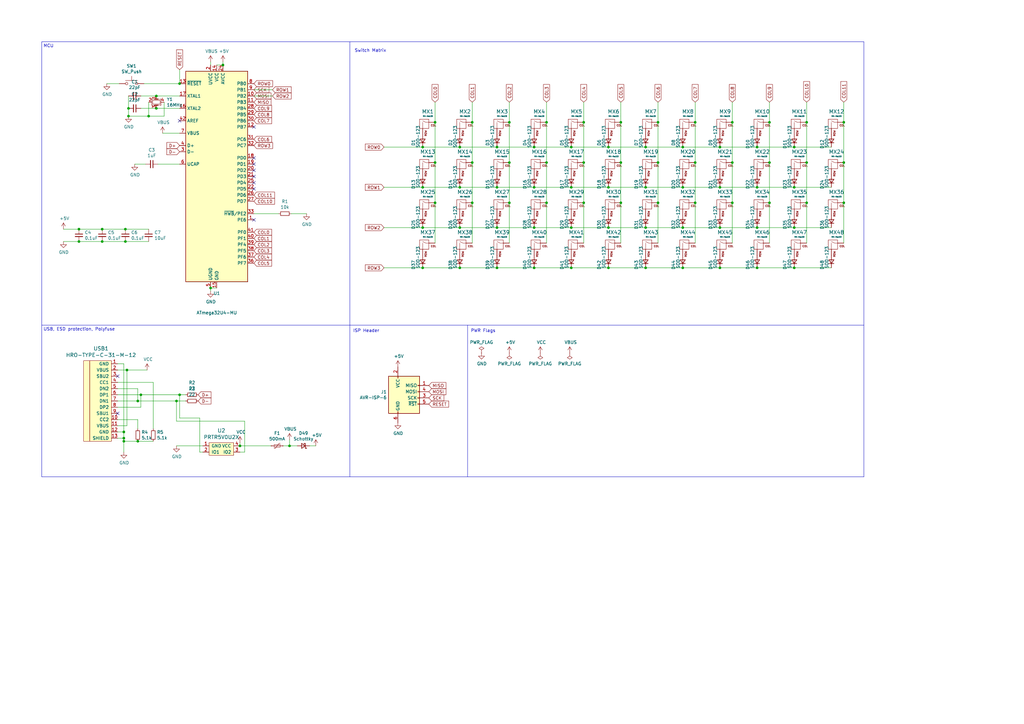
<source format=kicad_sch>
(kicad_sch (version 20230121) (generator eeschema)
  (paper "A3")
  (title_block (date "2020-03-15"))
  (junction (at 203.835 93.345))
  (junction (at 295.275 93.345))
  (junction (at 188.595 76.835))
  (junction (at 51.435 93.98))
  (junction (at 264.795 76.835))
  (junction (at 50.8 177.165))
  (junction (at 264.795 60.325))
  (junction (at 269.875 50.165))
  (junction (at 173.355 93.345))
  (junction (at 285.115 66.675))
  (junction (at 193.675 66.675))
  (junction (at 52.705 47.625))
  (junction (at 249.555 109.855))
  (junction (at 203.835 76.835))
  (junction (at 300.355 50.165))
  (junction (at 325.755 109.855))
  (junction (at 315.595 66.675))
  (junction (at 249.555 93.345))
  (junction (at 224.155 83.185))
  (junction (at 72.39 164.465))
  (junction (at 208.915 66.675))
  (junction (at 219.075 76.835))
  (junction (at 234.315 109.855))
  (junction (at 118.745 182.88))
  (junction (at 32.385 93.98))
  (junction (at 60.96 47.625))
  (junction (at 41.91 93.98))
  (junction (at 310.515 109.855))
  (junction (at 330.835 50.165))
  (junction (at 57.785 161.925))
  (junction (at 188.595 109.855))
  (junction (at 310.515 93.345))
  (junction (at 234.315 93.345))
  (junction (at 315.595 83.185))
  (junction (at 295.275 60.325))
  (junction (at 208.915 50.165))
  (junction (at 264.795 109.855))
  (junction (at 285.115 83.185))
  (junction (at 51.435 99.06))
  (junction (at 269.875 83.185))
  (junction (at 219.075 109.855))
  (junction (at 330.835 66.675))
  (junction (at 208.915 83.185))
  (junction (at 73.66 34.29))
  (junction (at 325.755 76.835))
  (junction (at 249.555 76.835))
  (junction (at 325.755 93.345))
  (junction (at 86.36 118.11))
  (junction (at 188.595 93.345))
  (junction (at 346.075 66.675))
  (junction (at 219.075 60.325))
  (junction (at 234.315 60.325))
  (junction (at 295.275 76.835))
  (junction (at 330.835 83.185))
  (junction (at 64.135 39.37))
  (junction (at 269.875 66.675))
  (junction (at 249.555 60.325))
  (junction (at 173.355 109.855))
  (junction (at 239.395 50.165))
  (junction (at 178.435 66.675))
  (junction (at 52.07 151.765))
  (junction (at 234.315 76.835))
  (junction (at 91.44 26.67))
  (junction (at 203.835 109.855))
  (junction (at 300.355 83.185))
  (junction (at 193.675 83.185))
  (junction (at 98.425 182.88))
  (junction (at 310.515 76.835))
  (junction (at 64.135 44.45))
  (junction (at 73.66 161.925))
  (junction (at 56.515 164.465))
  (junction (at 173.355 60.325))
  (junction (at 56.515 180.975))
  (junction (at 300.355 66.675))
  (junction (at 285.115 50.165))
  (junction (at 50.8 180.975))
  (junction (at 193.675 50.165))
  (junction (at 224.155 66.675))
  (junction (at 178.435 50.165))
  (junction (at 280.035 109.855))
  (junction (at 346.075 50.165))
  (junction (at 239.395 66.675))
  (junction (at 219.075 93.345))
  (junction (at 315.595 50.165))
  (junction (at 346.075 83.185))
  (junction (at 32.385 99.06))
  (junction (at 224.155 50.165))
  (junction (at 178.435 83.185))
  (junction (at 52.705 44.45))
  (junction (at 325.755 60.325))
  (junction (at 280.035 76.835))
  (junction (at 295.275 109.855))
  (junction (at 50.8 179.705))
  (junction (at 310.515 60.325))
  (junction (at 254.635 50.165))
  (junction (at 41.91 99.06))
  (junction (at 203.835 60.325))
  (junction (at 254.635 83.185))
  (junction (at 173.355 76.835))
  (junction (at 188.595 60.325))
  (junction (at 239.395 83.185))
  (junction (at 280.035 93.345))
  (junction (at 264.795 93.345))
  (junction (at 280.035 60.325))
  (junction (at 254.635 66.675))
  (no_connect (at 48.26 154.305))
  (no_connect (at 104.14 74.93))
  (no_connect (at 104.14 67.31))
  (no_connect (at 104.14 72.39))
  (no_connect (at 104.14 52.07))
  (no_connect (at 104.14 77.47))
  (no_connect (at 73.66 49.53))
  (no_connect (at 104.14 64.77))
  (no_connect (at 104.14 90.17))
  (no_connect (at 104.14 69.85))
  (no_connect (at 48.26 169.545))
  (wire (pts (xy 178.435 50.165) (xy 178.435 66.675)))
  (wire (pts (xy 81.915 171.45) (xy 81.915 185.42)))
  (wire (pts (xy 269.875 50.165) (xy 269.875 66.675)))
  (wire (pts (xy 111.76 39.37) (xy 104.14 39.37)))
  (wire (pts (xy 254.635 66.675) (xy 254.635 83.185)))
  (wire (pts (xy 26.035 99.06) (xy 32.385 99.06)))
  (wire (pts (xy 57.785 44.45) (xy 64.135 44.45)))
  (polyline (pts (xy 17.145 133.35) (xy 354.33 133.35)))
  (wire (pts (xy 188.595 109.855) (xy 173.355 109.855)))
  (wire (pts (xy 310.515 93.345) (xy 295.275 93.345)))
  (wire (pts (xy 73.66 161.925) (xy 73.66 171.45)))
  (wire (pts (xy 59.055 34.29) (xy 73.66 34.29)))
  (wire (pts (xy 234.315 60.325) (xy 219.075 60.325)))
  (wire (pts (xy 104.14 36.83) (xy 111.76 36.83)))
  (polyline (pts (xy 354.33 17.145) (xy 354.33 195.58)))
  (wire (pts (xy 224.155 41.91) (xy 224.155 50.165)))
  (wire (pts (xy 52.705 39.37) (xy 52.705 44.45)))
  (wire (pts (xy 76.2 164.465) (xy 72.39 164.465)))
  (wire (pts (xy 224.155 83.185) (xy 224.155 99.695)))
  (wire (pts (xy 173.355 76.835) (xy 157.48 76.835)))
  (wire (pts (xy 67.31 41.91) (xy 67.31 47.625)))
  (wire (pts (xy 219.075 93.345) (xy 203.835 93.345)))
  (wire (pts (xy 203.835 76.835) (xy 188.595 76.835)))
  (wire (pts (xy 224.155 66.675) (xy 224.155 83.185)))
  (wire (pts (xy 340.995 76.835) (xy 325.755 76.835)))
  (wire (pts (xy 57.785 167.005) (xy 57.785 161.925)))
  (wire (pts (xy 249.555 60.325) (xy 264.795 60.325)))
  (wire (pts (xy 315.595 83.185) (xy 315.595 99.695)))
  (wire (pts (xy 234.315 109.855) (xy 249.555 109.855)))
  (wire (pts (xy 88.9 26.67) (xy 91.44 26.67)))
  (wire (pts (xy 315.595 50.165) (xy 315.595 66.675)))
  (wire (pts (xy 50.8 177.165) (xy 50.8 149.225)))
  (wire (pts (xy 285.115 66.675) (xy 285.115 83.185)))
  (wire (pts (xy 118.745 182.88) (xy 116.205 182.88)))
  (wire (pts (xy 295.275 93.345) (xy 280.035 93.345)))
  (wire (pts (xy 62.865 180.975) (xy 56.515 180.975)))
  (wire (pts (xy 203.835 60.325) (xy 188.595 60.325)))
  (wire (pts (xy 57.785 161.925) (xy 73.66 161.925)))
  (wire (pts (xy 50.8 179.705) (xy 48.26 179.705)))
  (wire (pts (xy 41.91 99.06) (xy 51.435 99.06)))
  (wire (pts (xy 81.915 185.42) (xy 83.185 185.42)))
  (wire (pts (xy 269.875 83.185) (xy 269.875 99.695)))
  (wire (pts (xy 325.755 60.325) (xy 310.515 60.325)))
  (wire (pts (xy 48.26 167.005) (xy 57.785 167.005)))
  (wire (pts (xy 340.995 93.345) (xy 325.755 93.345)))
  (wire (pts (xy 325.755 76.835) (xy 310.515 76.835)))
  (wire (pts (xy 72.39 164.465) (xy 72.39 172.72)))
  (wire (pts (xy 300.355 66.675) (xy 300.355 83.185)))
  (wire (pts (xy 60.96 47.625) (xy 60.96 41.91)))
  (wire (pts (xy 208.915 41.91) (xy 208.915 50.165)))
  (wire (pts (xy 269.875 41.91) (xy 269.875 50.165)))
  (wire (pts (xy 285.115 83.185) (xy 285.115 99.695)))
  (wire (pts (xy 346.075 41.91) (xy 346.075 50.165)))
  (wire (pts (xy 295.275 76.835) (xy 280.035 76.835)))
  (wire (pts (xy 203.835 109.855) (xy 188.595 109.855)))
  (wire (pts (xy 72.39 182.88) (xy 83.185 182.88)))
  (wire (pts (xy 219.075 60.325) (xy 203.835 60.325)))
  (wire (pts (xy 254.635 83.185) (xy 254.635 99.695)))
  (wire (pts (xy 330.835 66.675) (xy 330.835 83.185)))
  (wire (pts (xy 66.675 54.61) (xy 73.66 54.61)))
  (wire (pts (xy 129.54 182.88) (xy 127 182.88)))
  (wire (pts (xy 346.075 83.185) (xy 346.075 99.695)))
  (wire (pts (xy 188.595 76.835) (xy 173.355 76.835)))
  (wire (pts (xy 51.435 99.06) (xy 60.96 99.06)))
  (wire (pts (xy 300.355 41.91) (xy 300.355 50.165)))
  (wire (pts (xy 86.36 119.38) (xy 86.36 118.11)))
  (wire (pts (xy 310.515 60.325) (xy 295.275 60.325)))
  (wire (pts (xy 114.3 87.63) (xy 104.14 87.63)))
  (wire (pts (xy 56.515 180.975) (xy 50.8 180.975)))
  (wire (pts (xy 239.395 66.675) (xy 239.395 83.185)))
  (wire (pts (xy 48.26 151.765) (xy 52.07 151.765)))
  (wire (pts (xy 26.035 93.98) (xy 32.385 93.98)))
  (wire (pts (xy 249.555 93.345) (xy 264.795 93.345)))
  (wire (pts (xy 55.245 67.31) (xy 59.69 67.31)))
  (wire (pts (xy 325.755 93.345) (xy 310.515 93.345)))
  (wire (pts (xy 219.075 76.835) (xy 203.835 76.835)))
  (wire (pts (xy 32.385 93.98) (xy 41.91 93.98)))
  (wire (pts (xy 330.835 41.91) (xy 330.835 50.165)))
  (wire (pts (xy 50.8 180.975) (xy 50.8 185.42)))
  (wire (pts (xy 234.315 109.855) (xy 219.075 109.855)))
  (wire (pts (xy 56.515 172.085) (xy 48.26 172.085)))
  (wire (pts (xy 43.815 34.29) (xy 48.895 34.29)))
  (wire (pts (xy 50.8 179.705) (xy 50.8 180.975)))
  (wire (pts (xy 56.515 159.385) (xy 56.515 164.465)))
  (wire (pts (xy 72.39 172.72) (xy 100.33 172.72)))
  (wire (pts (xy 193.675 41.91) (xy 193.675 50.165)))
  (wire (pts (xy 41.91 93.98) (xy 51.435 93.98)))
  (wire (pts (xy 52.705 44.45) (xy 52.705 47.625)))
  (wire (pts (xy 73.66 28.575) (xy 73.66 34.29)))
  (wire (pts (xy 73.66 171.45) (xy 81.915 171.45)))
  (wire (pts (xy 239.395 50.165) (xy 239.395 66.675)))
  (wire (pts (xy 52.07 151.765) (xy 60.325 151.765)))
  (wire (pts (xy 208.915 83.185) (xy 208.915 99.695)))
  (polyline (pts (xy 17.145 195.58) (xy 354.33 195.58)))
  (wire (pts (xy 86.36 25.4) (xy 86.36 26.67)))
  (wire (pts (xy 56.515 164.465) (xy 48.26 164.465)))
  (wire (pts (xy 234.315 60.325) (xy 249.555 60.325)))
  (wire (pts (xy 280.035 76.835) (xy 264.795 76.835)))
  (wire (pts (xy 51.435 93.98) (xy 60.96 93.98)))
  (wire (pts (xy 219.075 109.855) (xy 203.835 109.855)))
  (wire (pts (xy 86.36 118.11) (xy 88.9 118.11)))
  (wire (pts (xy 173.355 109.855) (xy 157.48 109.855)))
  (wire (pts (xy 56.515 175.895) (xy 56.515 172.085)))
  (wire (pts (xy 300.355 83.185) (xy 300.355 99.695)))
  (wire (pts (xy 32.385 99.06) (xy 41.91 99.06)))
  (wire (pts (xy 254.635 41.91) (xy 254.635 50.165)))
  (wire (pts (xy 330.835 50.165) (xy 330.835 66.675)))
  (wire (pts (xy 173.355 93.345) (xy 157.48 93.345)))
  (wire (pts (xy 280.035 60.325) (xy 264.795 60.325)))
  (wire (pts (xy 249.555 109.855) (xy 264.795 109.855)))
  (wire (pts (xy 98.425 181.61) (xy 98.425 182.88)))
  (wire (pts (xy 234.315 93.345) (xy 249.555 93.345)))
  (wire (pts (xy 48.26 177.165) (xy 50.8 177.165)))
  (polyline (pts (xy 17.145 17.145) (xy 17.145 195.58)))
  (wire (pts (xy 346.075 66.675) (xy 346.075 83.185)))
  (wire (pts (xy 57.785 161.925) (xy 48.26 161.925)))
  (wire (pts (xy 64.135 39.37) (xy 57.785 39.37)))
  (wire (pts (xy 315.595 41.91) (xy 315.595 50.165)))
  (wire (pts (xy 239.395 83.185) (xy 239.395 99.695)))
  (wire (pts (xy 285.115 41.91) (xy 285.115 50.165)))
  (wire (pts (xy 269.875 66.675) (xy 269.875 83.185)))
  (wire (pts (xy 254.635 50.165) (xy 254.635 66.675)))
  (wire (pts (xy 67.31 47.625) (xy 60.96 47.625)))
  (wire (pts (xy 72.39 164.465) (xy 56.515 164.465)))
  (wire (pts (xy 173.355 60.325) (xy 157.48 60.325)))
  (wire (pts (xy 208.915 50.165) (xy 208.915 66.675)))
  (wire (pts (xy 234.315 76.835) (xy 219.075 76.835)))
  (wire (pts (xy 325.755 109.855) (xy 310.515 109.855)))
  (wire (pts (xy 62.865 175.895) (xy 62.865 156.845)))
  (wire (pts (xy 193.675 50.165) (xy 193.675 66.675)))
  (wire (pts (xy 234.315 76.835) (xy 249.555 76.835)))
  (polyline (pts (xy 143.51 17.145) (xy 143.51 195.58)))
  (wire (pts (xy 249.555 76.835) (xy 264.795 76.835)))
  (wire (pts (xy 300.355 50.165) (xy 300.355 66.675)))
  (wire (pts (xy 98.425 182.88) (xy 111.125 182.88)))
  (wire (pts (xy 193.675 66.675) (xy 193.675 83.185)))
  (wire (pts (xy 280.035 109.855) (xy 264.795 109.855)))
  (wire (pts (xy 91.44 25.4) (xy 91.44 26.67)))
  (wire (pts (xy 188.595 60.325) (xy 173.355 60.325)))
  (wire (pts (xy 285.115 50.165) (xy 285.115 66.675)))
  (wire (pts (xy 52.07 174.625) (xy 48.26 174.625)))
  (wire (pts (xy 310.515 76.835) (xy 295.275 76.835)))
  (wire (pts (xy 239.395 41.91) (xy 239.395 50.165)))
  (wire (pts (xy 178.435 66.675) (xy 178.435 83.185)))
  (wire (pts (xy 50.8 177.165) (xy 50.8 179.705)))
  (wire (pts (xy 203.835 93.345) (xy 188.595 93.345)))
  (wire (pts (xy 280.035 93.345) (xy 264.795 93.345)))
  (wire (pts (xy 315.595 66.675) (xy 315.595 83.185)))
  (wire (pts (xy 208.915 66.675) (xy 208.915 83.185)))
  (wire (pts (xy 346.075 50.165) (xy 346.075 66.675)))
  (wire (pts (xy 295.275 109.855) (xy 280.035 109.855)))
  (wire (pts (xy 64.77 67.31) (xy 73.66 67.31)))
  (wire (pts (xy 310.515 109.855) (xy 295.275 109.855)))
  (wire (pts (xy 178.435 83.185) (xy 178.435 99.695)))
  (wire (pts (xy 64.135 39.37) (xy 73.66 39.37)))
  (wire (pts (xy 121.92 182.88) (xy 118.745 182.88)))
  (wire (pts (xy 48.26 159.385) (xy 56.515 159.385)))
  (wire (pts (xy 125.73 87.63) (xy 119.38 87.63)))
  (wire (pts (xy 340.995 109.855) (xy 325.755 109.855)))
  (wire (pts (xy 118.745 180.34) (xy 118.745 182.88)))
  (polyline (pts (xy 17.145 17.145) (xy 354.33 17.145)))
  (wire (pts (xy 188.595 93.345) (xy 173.355 93.345)))
  (wire (pts (xy 52.705 47.625) (xy 60.96 47.625)))
  (wire (pts (xy 340.995 60.325) (xy 325.755 60.325)))
  (wire (pts (xy 295.275 60.325) (xy 280.035 60.325)))
  (wire (pts (xy 73.66 161.925) (xy 76.2 161.925)))
  (wire (pts (xy 52.07 151.765) (xy 52.07 174.625)))
  (wire (pts (xy 234.315 93.345) (xy 219.075 93.345)))
  (wire (pts (xy 193.675 83.185) (xy 193.675 99.695)))
  (wire (pts (xy 100.33 185.42) (xy 98.425 185.42)))
  (wire (pts (xy 50.8 149.225) (xy 48.26 149.225)))
  (wire (pts (xy 73.66 44.45) (xy 64.135 44.45)))
  (polyline (pts (xy 191.77 133.35) (xy 191.77 195.58)))
  (wire (pts (xy 100.33 172.72) (xy 100.33 185.42)))
  (wire (pts (xy 62.865 156.845) (xy 48.26 156.845)))
  (wire (pts (xy 330.835 83.185) (xy 330.835 99.695)))
  (wire (pts (xy 178.435 41.91) (xy 178.435 50.165)))
  (wire (pts (xy 224.155 50.165) (xy 224.155 66.675)))
  (text "MCU\n" (at 17.78 19.685 0) (effects (font (size 1.27 1.27)) (justify left bottom)))
  (text "ISP Header\n" (at 144.78 136.525 0) (effects (font (size 1.27 1.27)) (justify left bottom)))
  (text "USB, ESD protection, Polyfuse" (at 17.78 135.89 0) (effects (font (size 1.27 1.27)) (justify left bottom)))
  (text "PWR Flags" (at 193.04 136.525 0) (effects (font (size 1.27 1.27)) (justify left bottom)))
  (text "Switch Matrix\n" (at 145.415 21.59 0) (effects (font (size 1.27 1.27)) (justify left bottom)))
  (global_label "COL0" (shape input) (at 178.435 41.91 90) (property "Intersheetrefs" "${INTERSHEET_REFS}" (effects hide)))
  (global_label "COL1" (shape input) (at 104.14 97.79 0) (property "Intersheetrefs" "${INTERSHEET_REFS}" (effects hide)))
  (global_label "COL8" (shape input) (at 300.355 41.91 90) (property "Intersheetrefs" "${INTERSHEET_REFS}" (effects hide)))
  (global_label "SCK" (shape input) (at 175.895 163.195 0) (property "Intersheetrefs" "${INTERSHEET_REFS}" (effects hide)))
  (global_label "RESET" (shape input) (at 73.66 28.575 90) (property "Intersheetrefs" "${INTERSHEET_REFS}" (effects hide)))
  (global_label "D+" (shape input) (at 81.28 161.925 0) (property "Intersheetrefs" "${INTERSHEET_REFS}" (effects hide)))
  (global_label "ROW0" (shape input) (at 157.48 60.325 180) (property "Intersheetrefs" "${INTERSHEET_REFS}" (effects hide)))
  (global_label "COL6" (shape input) (at 104.14 57.15 0) (property "Intersheetrefs" "${INTERSHEET_REFS}" (effects hide)))
  (global_label "D-" (shape input) (at 73.66 62.23 180) (property "Intersheetrefs" "${INTERSHEET_REFS}" (effects hide)))
  (global_label "MISO" (shape input) (at 175.895 158.115 0) (property "Intersheetrefs" "${INTERSHEET_REFS}" (effects hide)))
  (global_label "COL6" (shape input) (at 269.875 41.91 90) (property "Intersheetrefs" "${INTERSHEET_REFS}" (effects hide)))
  (global_label "COL10" (shape input) (at 330.835 41.91 90) (property "Intersheetrefs" "${INTERSHEET_REFS}" (effects hide)))
  (global_label "COL8" (shape input) (at 104.14 46.99 0) (property "Intersheetrefs" "${INTERSHEET_REFS}" (effects hide)))
  (global_label "ROW2" (shape input) (at 157.48 93.345 180) (property "Intersheetrefs" "${INTERSHEET_REFS}" (effects hide)))
  (global_label "MOSI" (shape input) (at 104.14 39.37 0) (property "Intersheetrefs" "${INTERSHEET_REFS}" (effects hide)))
  (global_label "COL3" (shape input) (at 104.14 102.87 0) (property "Intersheetrefs" "${INTERSHEET_REFS}" (effects hide)))
  (global_label "SCK" (shape input) (at 104.14 36.83 0) (property "Intersheetrefs" "${INTERSHEET_REFS}" (effects hide)))
  (global_label "ROW0" (shape input) (at 104.14 34.29 0) (property "Intersheetrefs" "${INTERSHEET_REFS}" (effects hide)))
  (global_label "COL11" (shape input) (at 104.14 80.01 0) (property "Intersheetrefs" "${INTERSHEET_REFS}" (effects hide)))
  (global_label "ROW3" (shape input) (at 104.14 59.69 0) (property "Intersheetrefs" "${INTERSHEET_REFS}" (effects hide)))
  (global_label "COL4" (shape input) (at 104.14 105.41 0) (property "Intersheetrefs" "${INTERSHEET_REFS}" (effects hide)))
  (global_label "COL3" (shape input) (at 224.155 41.91 90) (property "Intersheetrefs" "${INTERSHEET_REFS}" (effects hide)))
  (global_label "ROW1" (shape input) (at 111.76 36.83 0) (property "Intersheetrefs" "${INTERSHEET_REFS}" (effects hide)))
  (global_label "COL0" (shape input) (at 104.14 95.25 0) (property "Intersheetrefs" "${INTERSHEET_REFS}" (effects hide)))
  (global_label "COL2" (shape input) (at 208.915 41.91 90) (property "Intersheetrefs" "${INTERSHEET_REFS}" (effects hide)))
  (global_label "ROW3" (shape input) (at 157.48 109.855 180) (property "Intersheetrefs" "${INTERSHEET_REFS}" (effects hide)))
  (global_label "COL7" (shape input) (at 104.14 49.53 0) (property "Intersheetrefs" "${INTERSHEET_REFS}" (effects hide)))
  (global_label "COL9" (shape input) (at 104.14 44.45 0) (property "Intersheetrefs" "${INTERSHEET_REFS}" (effects hide)))
  (global_label "MOSI" (shape input) (at 175.895 160.655 0) (property "Intersheetrefs" "${INTERSHEET_REFS}" (effects hide)))
  (global_label "COL2" (shape input) (at 104.14 100.33 0) (property "Intersheetrefs" "${INTERSHEET_REFS}" (effects hide)))
  (global_label "D-" (shape input) (at 81.28 164.465 0) (property "Intersheetrefs" "${INTERSHEET_REFS}" (effects hide)))
  (global_label "ROW1" (shape input) (at 157.48 76.835 180) (property "Intersheetrefs" "${INTERSHEET_REFS}" (effects hide)))
  (global_label "ROW2" (shape input) (at 111.76 39.37 0) (property "Intersheetrefs" "${INTERSHEET_REFS}" (effects hide)))
  (global_label "COL5" (shape input) (at 254.635 41.91 90) (property "Intersheetrefs" "${INTERSHEET_REFS}" (effects hide)))
  (global_label "COL4" (shape input) (at 239.395 41.91 90) (property "Intersheetrefs" "${INTERSHEET_REFS}" (effects hide)))
  (global_label "D+" (shape input) (at 73.66 59.69 180) (property "Intersheetrefs" "${INTERSHEET_REFS}" (effects hide)))
  (global_label "COL1" (shape input) (at 193.675 41.91 90) (property "Intersheetrefs" "${INTERSHEET_REFS}" (effects hide)))
  (global_label "COL11" (shape input) (at 346.075 41.91 90) (property "Intersheetrefs" "${INTERSHEET_REFS}" (effects hide)))
  (global_label "COL7" (shape input) (at 285.115 41.91 90) (property "Intersheetrefs" "${INTERSHEET_REFS}" (effects hide)))
  (global_label "MISO" (shape input) (at 104.14 41.91 0) (property "Intersheetrefs" "${INTERSHEET_REFS}" (effects hide)))
  (global_label "COL10" (shape input) (at 104.14 82.55 0) (property "Intersheetrefs" "${INTERSHEET_REFS}" (effects hide)))
  (global_label "RESET" (shape input) (at 175.895 165.735 0) (property "Intersheetrefs" "${INTERSHEET_REFS}" (effects hide)))
  (global_label "COL5" (shape input) (at 104.14 107.95 0) (property "Intersheetrefs" "${INTERSHEET_REFS}" (effects hide)))
  (global_label "COL9" (shape input) (at 315.595 41.91 90) (property "Intersheetrefs" "${INTERSHEET_REFS}" (effects hide)))
  (symbol (lib_id "cornelius-rescue:ATmega32U4-MU-MCU_Microchip_ATmega-Orbit-rescue-corne-plus-rescue") (at 88.9 72.39 0) (unit 1)
    (property "Reference" "U1" (at 88.9 120.2944 0))
    (property "Value" "ATmega32U4-MU" (at 88.9 128.27 0))
    (property "Footprint" "Housings_DFN_QFN:QFN-44-1EP_7x7mm_Pitch0.5mm" (effects hide))
    (property "Datasheet" "http://ww1.microchip.com/downloads/en/DeviceDoc/Atmel-7766-8-bit-AVR-ATmega16U4-32U4_Datasheet.pdf" (effects hide))
  )
  (symbol (lib_id "power:+5V") (at 91.44 25.4 0) (unit 1)
    (property "Reference" "#PWR02" (effects hide))
    (property "Value" "+5V" (at 91.821 21.0058 0))
  )
  (symbol (lib_id "power:GND") (at 86.36 119.38 0) (unit 1)
    (property "Reference" "#PWR010" (effects hide))
    (property "Value" "GND" (at 86.487 123.7742 0))
  )
  (symbol (lib_id "Device:R_Small") (at 116.84 87.63 270) (unit 1)
    (property "Reference" "R1" (at 116.84 82.6516 90))
    (property "Value" "10k" (at 116.84 84.963 90))
    (property "Footprint" "Resistor_SMD:R_0805_2012Metric" (effects hide))
  )
  (symbol (lib_id "power:GND") (at 125.73 87.63 0) (unit 1)
    (property "Reference" "#PWR07" (effects hide))
    (property "Value" "GND" (at 125.857 92.0242 0))
  )
  (symbol (lib_id "Switch:SW_Push") (at 53.975 34.29 0) (unit 1)
    (property "Reference" "SW1" (at 53.975 27.051 0))
    (property "Value" "SW_Push" (at 53.975 29.3624 0))
    (property "Footprint" "locallib:SKQGADE010" (effects hide))
  )
  (symbol (lib_id "power:GND") (at 43.815 34.29 0) (unit 1)
    (property "Reference" "#PWR03" (effects hide))
    (property "Value" "GND" (at 43.942 38.6842 0))
  )
  (symbol (lib_id "cornelius-rescue:Crystal_GND24_Small-Device-Orbit-rescue-corne-plus-rescue") (at 64.135 41.91 270) (unit 1)
    (property "Reference" "Y1" (at 68.3514 40.7416 90) (effects (justify left)))
    (property "Value" "16MHz" (at 68.3514 43.053 90) (effects (justify left)))
    (property "Footprint" "Crystal:Crystal_SMD_3225-4Pin_3.2x2.5mm" (effects hide))
  )
  (symbol (lib_id "Device:C_Small") (at 55.245 39.37 270) (unit 1)
    (property "Reference" "C1" (at 55.245 33.5534 90))
    (property "Value" "22pF" (at 55.245 35.8648 90))
    (property "Footprint" "Capacitor_SMD:C_0603_1608Metric" (effects hide))
  )
  (symbol (lib_id "Device:C_Small") (at 55.245 44.45 270) (unit 1)
    (property "Reference" "C2" (at 55.245 38.6334 90))
    (property "Value" "22pF" (at 55.245 40.9448 90))
    (property "Footprint" "Capacitor_SMD:C_0603_1608Metric" (effects hide))
  )
  (symbol (lib_id "power:GND") (at 52.705 47.625 0) (unit 1)
    (property "Reference" "#PWR04" (effects hide))
    (property "Value" "GND" (at 52.832 52.0192 0))
  )
  (symbol (lib_id "Device:C_Small") (at 62.23 67.31 270) (unit 1)
    (property "Reference" "C3" (at 62.23 61.4934 90))
    (property "Value" "1uF" (at 62.23 63.8048 90))
    (property "Footprint" "Capacitor_SMD:C_0603_1608Metric" (effects hide))
  )
  (symbol (lib_id "power:GND") (at 55.245 67.31 0) (unit 1)
    (property "Reference" "#PWR06" (effects hide))
    (property "Value" "GND" (at 55.372 71.7042 0))
  )
  (symbol (lib_id "Device:C_Small") (at 32.385 96.52 0) (unit 1)
    (property "Reference" "C4" (at 34.7218 95.3516 0) (effects (justify left)))
    (property "Value" "0.1uF" (at 34.7218 97.663 0) (effects (justify left)))
    (property "Footprint" "Capacitor_SMD:C_0603_1608Metric" (effects hide))
  )
  (symbol (lib_id "Device:C_Small") (at 41.91 96.52 0) (unit 1)
    (property "Reference" "C5" (at 44.2468 95.3516 0) (effects (justify left)))
    (property "Value" "0.1uF" (at 44.2468 97.663 0) (effects (justify left)))
    (property "Footprint" "Capacitor_SMD:C_0603_1608Metric" (effects hide))
  )
  (symbol (lib_id "Device:C_Small") (at 51.435 96.52 0) (unit 1)
    (property "Reference" "C6" (at 53.7718 95.3516 0) (effects (justify left)))
    (property "Value" "0.1uF" (at 53.7718 97.663 0) (effects (justify left)))
    (property "Footprint" "Capacitor_SMD:C_0603_1608Metric" (effects hide))
  )
  (symbol (lib_id "Device:C_Small") (at 60.96 96.52 0) (unit 1)
    (property "Reference" "C7" (at 63.2968 95.3516 0) (effects (justify left)))
    (property "Value" "10uF" (at 63.2968 97.663 0) (effects (justify left)))
    (property "Footprint" "Capacitor_SMD:C_0603_1608Metric" (effects hide))
  )
  (symbol (lib_id "power:+5V") (at 26.035 93.98 0) (unit 1)
    (property "Reference" "#PWR08" (effects hide))
    (property "Value" "+5V" (at 26.416 89.5858 0))
  )
  (symbol (lib_id "power:GND") (at 26.035 99.06 0) (unit 1)
    (property "Reference" "#PWR09" (effects hide))
    (property "Value" "GND" (at 26.162 103.4542 0))
  )
  (symbol (lib_id "cornelius-rescue:AVR-ISP-6-Connector") (at 165.735 163.195 0) (unit 1)
    (property "Reference" "J1" (at 158.623 160.7566 0) (effects (justify right)))
    (property "Value" "AVR-ISP-6" (at 158.623 163.068 0) (effects (justify right)))
    (property "Footprint" "Molex-0548190589:Reset_Pretty-Mask" (effects hide))
    (property "Datasheet" " ~" (effects hide))
  )
  (symbol (lib_id "power:+5V") (at 163.195 150.495 0) (unit 1)
    (property "Reference" "#PWR015" (effects hide))
    (property "Value" "+5V" (at 163.576 146.1008 0))
  )
  (symbol (lib_id "power:GND") (at 163.195 173.355 0) (unit 1)
    (property "Reference" "#PWR017" (effects hide))
    (property "Value" "GND" (at 163.322 177.7492 0))
  )
  (symbol (lib_id "cornelius-rescue:HRO-TYPE-C-31-M-12-Type-C") (at 45.72 163.195 0) (unit 1)
    (property "Reference" "USB1" (at 41.4274 142.9512 0) (effects (font (size 1.524 1.524))))
    (property "Value" "HRO-TYPE-C-31-M-12" (at 41.4274 145.6436 0) (effects (font (size 1.524 1.524))))
    (property "Footprint" "Type-C:HRO-TYPE-C-31-M-12-Assembly" (effects hide))
  )
  (symbol (lib_id "power:GND") (at 50.8 185.42 0) (unit 1)
    (property "Reference" "#PWR022" (effects hide))
    (property "Value" "GND" (at 50.927 189.8142 0))
  )
  (symbol (lib_id "power:VCC") (at 60.325 151.765 0) (unit 1)
    (property "Reference" "#PWR016" (effects hide))
    (property "Value" "VCC" (at 60.7568 147.3708 0))
  )
  (symbol (lib_id "Device:R_Small") (at 56.515 178.435 0) (unit 1)
    (property "Reference" "R4" (at 58.0136 177.2666 0) (effects (justify left)))
    (property "Value" "5.1k" (at 58.0136 179.578 0) (effects (justify left)))
    (property "Footprint" "Resistor_SMD:R_0805_2012Metric" (effects hide))
  )
  (symbol (lib_id "Device:R_Small") (at 62.865 178.435 0) (unit 1)
    (property "Reference" "R5" (at 64.3636 177.2666 0) (effects (justify left)))
    (property "Value" "5.1k" (at 64.3636 179.578 0) (effects (justify left)))
    (property "Footprint" "Resistor_SMD:R_0805_2012Metric" (effects hide))
  )
  (symbol (lib_id "Device:R_Small") (at 78.74 161.925 270) (unit 1)
    (property "Reference" "R2" (at 78.74 156.9466 90))
    (property "Value" "22" (at 78.74 159.258 90))
    (property "Footprint" "Resistor_SMD:R_0805_2012Metric" (effects hide))
  )
  (symbol (lib_id "Device:R_Small") (at 78.74 164.465 270) (unit 1)
    (property "Reference" "R3" (at 78.74 159.4866 90))
    (property "Value" "22" (at 78.74 161.798 90))
    (property "Footprint" "Resistor_SMD:R_0805_2012Metric" (effects hide))
  )
  (symbol (lib_id "cornelius-rescue:PRTR5V0U2X-ai03-locallib") (at 90.805 184.15 0) (unit 1)
    (property "Reference" "U2" (at 90.805 176.6062 0) (effects (font (size 1.524 1.524))))
    (property "Value" "PRTR5V0U2X" (at 90.805 179.2986 0) (effects (font (size 1.524 1.524))))
    (property "Footprint" "locallib:SOT143B" (effects hide))
  )
  (symbol (lib_id "power:GND") (at 72.39 182.88 0) (unit 1)
    (property "Reference" "#PWR020" (effects hide))
    (property "Value" "GND" (at 72.517 187.2742 0))
  )
  (symbol (lib_id "power:VCC") (at 98.425 181.61 0) (unit 1)
    (property "Reference" "#PWR019" (effects hide))
    (property "Value" "VCC" (at 98.8568 177.2158 0))
  )
  (symbol (lib_id "Device:Polyfuse_Small") (at 113.665 182.88 270) (unit 1)
    (property "Reference" "F1" (at 113.665 177.673 90))
    (property "Value" "500mA" (at 113.665 179.9844 90))
    (property "Footprint" "Fuse:Fuse_1206_3216Metric" (effects hide))
  )
  (symbol (lib_id "power:+5V") (at 129.54 182.88 0) (unit 1)
    (property "Reference" "#PWR021" (effects hide))
    (property "Value" "+5V" (at 129.921 178.4858 0))
  )
  (symbol (lib_id "Device:D_Small") (at 173.355 57.785 90) (unit 1)
    (property "Reference" "D1" (at 169.545 57.15 0) (effects (justify right)))
    (property "Value" "SOD-123" (at 171.45 51.435 0) (effects (justify right)))
    (property "Footprint" "Diode_SMD:D_SOD-123" (effects hide))
  )
  (symbol (lib_id "power:VBUS") (at 86.36 25.4 0) (unit 1)
    (property "Reference" "#PWR01" (effects hide))
    (property "Value" "VBUS" (at 86.741 21.0058 0))
  )
  (symbol (lib_id "power:VBUS") (at 66.675 54.61 0) (unit 1)
    (property "Reference" "#PWR05" (effects hide))
    (property "Value" "VBUS" (at 67.056 50.2158 0))
  )
  (symbol (lib_id "Device:D_Schottky_Small") (at 124.46 182.88 180) (unit 1)
    (property "Reference" "D49" (at 124.46 177.673 0))
    (property "Value" "Schottky" (at 124.46 179.9844 0))
    (property "Footprint" "Diode_SMD:D_SOD-123" (effects hide))
  )
  (symbol (lib_id "power:VBUS") (at 118.745 180.34 0) (unit 1)
    (property "Reference" "#PWR018" (effects hide))
    (property "Value" "VBUS" (at 119.126 175.9458 0))
  )
  (symbol (lib_id "cornelius-rescue:MX-NoLED-MX_Alps_Hybrid") (at 174.625 100.965 0) (unit 1)
    (property "Reference" "MX37" (at 175.4632 95.3008 0) (effects (font (size 1.524 1.524))))
    (property "Value" "MX-NoLED" (at 175.4632 97.1804 0) (effects (font (size 0.508 0.508))))
    (property "Footprint" "MX_Only:MXOnly-1U-Hotswap" (effects hide))
  )
  (symbol (lib_id "cornelius-rescue:MX-NoLED-MX_Alps_Hybrid") (at 189.865 100.965 0) (unit 1)
    (property "Reference" "MX38" (at 190.7032 95.3008 0) (effects (font (size 1.524 1.524))))
    (property "Value" "MX-NoLED" (at 190.7032 97.1804 0) (effects (font (size 0.508 0.508))))
    (property "Footprint" "MX_Only:MXOnly-1U-Hotswap" (effects hide))
  )
  (symbol (lib_id "cornelius-rescue:MX-NoLED-MX_Alps_Hybrid") (at 205.105 100.965 0) (unit 1)
    (property "Reference" "MX39" (at 205.9432 95.3008 0) (effects (font (size 1.524 1.524))))
    (property "Value" "MX-NoLED" (at 205.9432 97.1804 0) (effects (font (size 0.508 0.508))))
    (property "Footprint" "MX_Only:MXOnly-1U-Hotswap" (effects hide))
  )
  (symbol (lib_id "Device:D_Small") (at 173.355 107.315 90) (unit 1)
    (property "Reference" "D37" (at 169.545 106.68 0) (effects (justify right)))
    (property "Value" "SOD-123" (at 171.45 100.965 0) (effects (justify right)))
    (property "Footprint" "Diode_SMD:D_SOD-123" (effects hide))
  )
  (symbol (lib_id "Device:D_Small") (at 188.595 107.315 90) (unit 1)
    (property "Reference" "D38" (at 184.785 106.68 0) (effects (justify right)))
    (property "Value" "SOD-123" (at 186.69 100.965 0) (effects (justify right)))
    (property "Footprint" "Diode_SMD:D_SOD-123" (effects hide))
  )
  (symbol (lib_id "Device:D_Small") (at 203.835 107.315 90) (unit 1)
    (property "Reference" "D39" (at 200.025 106.68 0) (effects (justify right)))
    (property "Value" "SOD-123" (at 201.93 100.965 0) (effects (justify right)))
    (property "Footprint" "Diode_SMD:D_SOD-123" (effects hide))
  )
  (symbol (lib_id "Device:D_Small") (at 264.795 57.785 90) (unit 1)
    (property "Reference" "D7" (at 260.985 57.15 0) (effects (justify right)))
    (property "Value" "SOD-123" (at 262.89 51.435 0) (effects (justify right)))
    (property "Footprint" "Diode_SMD:D_SOD-123" (effects hide))
  )
  (symbol (lib_id "cornelius-rescue:MX-NoLED-MX_Alps_Hybrid") (at 266.065 51.435 0) (unit 1)
    (property "Reference" "MX7" (at 266.9032 45.7708 0) (effects (font (size 1.524 1.524))))
    (property "Value" "MX-NoLED" (at 266.9032 47.6504 0) (effects (font (size 0.508 0.508))))
    (property "Footprint" "MX_Only:MXOnly-1U-Hotswap" (effects hide))
  )
  (symbol (lib_id "Device:D_Small") (at 280.035 57.785 90) (unit 1)
    (property "Reference" "D8" (at 276.225 57.15 0) (effects (justify right)))
    (property "Value" "SOD-123" (at 278.13 51.435 0) (effects (justify right)))
    (property "Footprint" "Diode_SMD:D_SOD-123" (effects hide))
  )
  (symbol (lib_id "cornelius-rescue:MX-NoLED-MX_Alps_Hybrid") (at 281.305 51.435 0) (unit 1)
    (property "Reference" "MX8" (at 282.1432 45.7708 0) (effects (font (size 1.524 1.524))))
    (property "Value" "MX-NoLED" (at 282.1432 47.6504 0) (effects (font (size 0.508 0.508))))
    (property "Footprint" "MX_Only:MXOnly-1U-Hotswap" (effects hide))
  )
  (symbol (lib_id "Device:D_Small") (at 295.275 57.785 90) (unit 1)
    (property "Reference" "D9" (at 291.465 57.15 0) (effects (justify right)))
    (property "Value" "SOD-123" (at 293.37 51.435 0) (effects (justify right)))
    (property "Footprint" "Diode_SMD:D_SOD-123" (effects hide))
  )
  (symbol (lib_id "cornelius-rescue:MX-NoLED-MX_Alps_Hybrid") (at 296.545 51.435 0) (unit 1)
    (property "Reference" "MX9" (at 297.3832 45.7708 0) (effects (font (size 1.524 1.524))))
    (property "Value" "MX-NoLED" (at 297.3832 47.6504 0) (effects (font (size 0.508 0.508))))
    (property "Footprint" "MX_Only:MXOnly-1U-Hotswap" (effects hide))
  )
  (symbol (lib_id "Device:D_Small") (at 310.515 57.785 90) (unit 1)
    (property "Reference" "D10" (at 306.705 57.15 0) (effects (justify right)))
    (property "Value" "SOD-123" (at 308.61 51.435 0) (effects (justify right)))
    (property "Footprint" "Diode_SMD:D_SOD-123" (effects hide))
  )
  (symbol (lib_id "cornelius-rescue:MX-NoLED-MX_Alps_Hybrid") (at 311.785 51.435 0) (unit 1)
    (property "Reference" "MX10" (at 312.6232 45.7708 0) (effects (font (size 1.524 1.524))))
    (property "Value" "MX-NoLED" (at 312.6232 47.6504 0) (effects (font (size 0.508 0.508))))
    (property "Footprint" "MX_Only:MXOnly-1U-Hotswap" (effects hide))
  )
  (symbol (lib_id "Device:D_Small") (at 325.755 57.785 90) (unit 1)
    (property "Reference" "D11" (at 321.945 57.15 0) (effects (justify right)))
    (property "Value" "SOD-123" (at 323.85 51.435 0) (effects (justify right)))
    (property "Footprint" "Diode_SMD:D_SOD-123" (effects hide))
  )
  (symbol (lib_id "cornelius-rescue:MX-NoLED-MX_Alps_Hybrid") (at 327.025 51.435 0) (unit 1)
    (property "Reference" "MX11" (at 327.8632 45.7708 0) (effects (font (size 1.524 1.524))))
    (property "Value" "MX-NoLED" (at 327.8632 47.6504 0) (effects (font (size 0.508 0.508))))
    (property "Footprint" "MX_Only:MXOnly-1U-Hotswap" (effects hide))
  )
  (symbol (lib_id "Device:D_Small") (at 340.995 57.785 90) (unit 1)
    (property "Reference" "D12" (at 337.185 57.15 0) (effects (justify right)))
    (property "Value" "SOD-123" (at 339.09 51.435 0) (effects (justify right)))
    (property "Footprint" "Diode_SMD:D_SOD-123" (effects hide))
  )
  (symbol (lib_id "cornelius-rescue:MX-NoLED-MX_Alps_Hybrid") (at 342.265 51.435 0) (unit 1)
    (property "Reference" "MX12" (at 343.1032 45.7708 0) (effects (font (size 1.524 1.524))))
    (property "Value" "MX-NoLED" (at 343.1032 47.6504 0) (effects (font (size 0.508 0.508))))
    (property "Footprint" "MX_Only:MXOnly-1U-Hotswap" (effects hide))
  )
  (symbol (lib_id "Device:D_Small") (at 264.795 74.295 90) (unit 1)
    (property "Reference" "D19" (at 260.985 73.66 0) (effects (justify right)))
    (property "Value" "SOD-123" (at 262.89 67.945 0) (effects (justify right)))
    (property "Footprint" "Diode_SMD:D_SOD-123" (effects hide))
  )
  (symbol (lib_id "cornelius-rescue:MX-NoLED-MX_Alps_Hybrid") (at 266.065 67.945 0) (unit 1)
    (property "Reference" "MX19" (at 266.9032 62.2808 0) (effects (font (size 1.524 1.524))))
    (property "Value" "MX-NoLED" (at 266.9032 64.1604 0) (effects (font (size 0.508 0.508))))
    (property "Footprint" "MX_Only:MXOnly-1U-Hotswap" (effects hide))
  )
  (symbol (lib_id "Device:D_Small") (at 280.035 74.295 90) (unit 1)
    (property "Reference" "D20" (at 276.225 73.66 0) (effects (justify right)))
    (property "Value" "SOD-123" (at 278.13 67.945 0) (effects (justify right)))
    (property "Footprint" "Diode_SMD:D_SOD-123" (effects hide))
  )
  (symbol (lib_id "cornelius-rescue:MX-NoLED-MX_Alps_Hybrid") (at 281.305 67.945 0) (unit 1)
    (property "Reference" "MX20" (at 282.1432 62.2808 0) (effects (font (size 1.524 1.524))))
    (property "Value" "MX-NoLED" (at 282.1432 64.1604 0) (effects (font (size 0.508 0.508))))
    (property "Footprint" "MX_Only:MXOnly-1U-Hotswap" (effects hide))
  )
  (symbol (lib_id "Device:D_Small") (at 295.275 74.295 90) (unit 1)
    (property "Reference" "D21" (at 291.465 73.66 0) (effects (justify right)))
    (property "Value" "SOD-123" (at 293.37 67.945 0) (effects (justify right)))
    (property "Footprint" "Diode_SMD:D_SOD-123" (effects hide))
  )
  (symbol (lib_id "cornelius-rescue:MX-NoLED-MX_Alps_Hybrid") (at 296.545 67.945 0) (unit 1)
    (property "Reference" "MX21" (at 297.3832 62.2808 0) (effects (font (size 1.524 1.524))))
    (property "Value" "MX-NoLED" (at 297.3832 64.1604 0) (effects (font (size 0.508 0.508))))
    (property "Footprint" "MX_Only:MXOnly-1U-Hotswap" (effects hide))
  )
  (symbol (lib_id "Device:D_Small") (at 310.515 74.295 90) (unit 1)
    (property "Reference" "D22" (at 306.705 73.66 0) (effects (justify right)))
    (property "Value" "SOD-123" (at 308.61 67.945 0) (effects (justify right)))
    (property "Footprint" "Diode_SMD:D_SOD-123" (effects hide))
  )
  (symbol (lib_id "cornelius-rescue:MX-NoLED-MX_Alps_Hybrid") (at 311.785 67.945 0) (unit 1)
    (property "Reference" "MX22" (at 312.6232 62.2808 0) (effects (font (size 1.524 1.524))))
    (property "Value" "MX-NoLED" (at 312.6232 64.1604 0) (effects (font (size 0.508 0.508))))
    (property "Footprint" "MX_Only:MXOnly-1U-Hotswap" (effects hide))
  )
  (symbol (lib_id "Device:D_Small") (at 325.755 74.295 90) (unit 1)
    (property "Reference" "D23" (at 321.945 73.66 0) (effects (justify right)))
    (property "Value" "SOD-123" (at 323.85 67.945 0) (effects (justify right)))
    (property "Footprint" "Diode_SMD:D_SOD-123" (effects hide))
  )
  (symbol (lib_id "cornelius-rescue:MX-NoLED-MX_Alps_Hybrid") (at 327.025 67.945 0) (unit 1)
    (property "Reference" "MX23" (at 327.8632 62.2808 0) (effects (font (size 1.524 1.524))))
    (property "Value" "MX-NoLED" (at 327.8632 64.1604 0) (effects (font (size 0.508 0.508))))
    (property "Footprint" "MX_Only:MXOnly-1U-Hotswap" (effects hide))
  )
  (symbol (lib_id "Device:D_Small") (at 340.995 74.295 90) (unit 1)
    (property "Reference" "D24" (at 337.185 73.66 0) (effects (justify right)))
    (property "Value" "SOD-123" (at 339.09 67.945 0) (effects (justify right)))
    (property "Footprint" "Diode_SMD:D_SOD-123" (effects hide))
  )
  (symbol (lib_id "cornelius-rescue:MX-NoLED-MX_Alps_Hybrid") (at 342.265 67.945 0) (unit 1)
    (property "Reference" "MX24" (at 343.1032 62.2808 0) (effects (font (size 1.524 1.524))))
    (property "Value" "MX-NoLED" (at 343.1032 64.1604 0) (effects (font (size 0.508 0.508))))
    (property "Footprint" "MX_Only:MXOnly-1U-Hotswap" (effects hide))
  )
  (symbol (lib_id "Device:D_Small") (at 264.795 90.805 90) (unit 1)
    (property "Reference" "D31" (at 260.985 90.17 0) (effects (justify right)))
    (property "Value" "SOD-123" (at 262.89 84.455 0) (effects (justify right)))
    (property "Footprint" "Diode_SMD:D_SOD-123" (effects hide))
  )
  (symbol (lib_id "cornelius-rescue:MX-NoLED-MX_Alps_Hybrid") (at 266.065 84.455 0) (unit 1)
    (property "Reference" "MX31" (at 266.9032 78.7908 0) (effects (font (size 1.524 1.524))))
    (property "Value" "MX-NoLED" (at 266.9032 80.6704 0) (effects (font (size 0.508 0.508))))
    (property "Footprint" "MX_Only:MXOnly-1U-Hotswap" (effects hide))
  )
  (symbol (lib_id "Device:D_Small") (at 280.035 90.805 90) (unit 1)
    (property "Reference" "D32" (at 276.225 90.17 0) (effects (justify right)))
    (property "Value" "SOD-123" (at 278.13 84.455 0) (effects (justify right)))
    (property "Footprint" "Diode_SMD:D_SOD-123" (effects hide))
  )
  (symbol (lib_id "cornelius-rescue:MX-NoLED-MX_Alps_Hybrid") (at 281.305 84.455 0) (unit 1)
    (property "Reference" "MX32" (at 282.1432 78.7908 0) (effects (font (size 1.524 1.524))))
    (property "Value" "MX-NoLED" (at 282.1432 80.6704 0) (effects (font (size 0.508 0.508))))
    (property "Footprint" "MX_Only:MXOnly-1U-Hotswap" (effects hide))
  )
  (symbol (lib_id "Device:D_Small") (at 295.275 90.805 90) (unit 1)
    (property "Reference" "D33" (at 291.465 90.17 0) (effects (justify right)))
    (property "Value" "SOD-123" (at 293.37 84.455 0) (effects (justify right)))
    (property "Footprint" "Diode_SMD:D_SOD-123" (effects hide))
  )
  (symbol (lib_id "cornelius-rescue:MX-NoLED-MX_Alps_Hybrid") (at 296.545 84.455 0) (unit 1)
    (property "Reference" "MX33" (at 297.3832 78.7908 0) (effects (font (size 1.524 1.524))))
    (property "Value" "MX-NoLED" (at 297.3832 80.6704 0) (effects (font (size 0.508 0.508))))
    (property "Footprint" "MX_Only:MXOnly-1U-Hotswap" (effects hide))
  )
  (symbol (lib_id "Device:D_Small") (at 310.515 90.805 90) (unit 1)
    (property "Reference" "D34" (at 306.705 90.17 0) (effects (justify right)))
    (property "Value" "SOD-123" (at 308.61 84.455 0) (effects (justify right)))
    (property "Footprint" "Diode_SMD:D_SOD-123" (effects hide))
  )
  (symbol (lib_id "cornelius-rescue:MX-NoLED-MX_Alps_Hybrid") (at 311.785 84.455 0) (unit 1)
    (property "Reference" "MX34" (at 312.6232 78.7908 0) (effects (font (size 1.524 1.524))))
    (property "Value" "MX-NoLED" (at 312.6232 80.6704 0) (effects (font (size 0.508 0.508))))
    (property "Footprint" "MX_Only:MXOnly-1U-Hotswap" (effects hide))
  )
  (symbol (lib_id "Device:D_Small") (at 325.755 90.805 90) (unit 1)
    (property "Reference" "D35" (at 321.945 90.17 0) (effects (justify right)))
    (property "Value" "SOD-123" (at 323.85 84.455 0) (effects (justify right)))
    (property "Footprint" "Diode_SMD:D_SOD-123" (effects hide))
  )
  (symbol (lib_id "cornelius-rescue:MX-NoLED-MX_Alps_Hybrid") (at 327.025 84.455 0) (unit 1)
    (property "Reference" "MX35" (at 327.8632 78.7908 0) (effects (font (size 1.524 1.524))))
    (property "Value" "MX-NoLED" (at 327.8632 80.6704 0) (effects (font (size 0.508 0.508))))
    (property "Footprint" "MX_Only:MXOnly-1U-Hotswap" (effects hide))
  )
  (symbol (lib_id "Device:D_Small") (at 340.995 90.805 90) (unit 1)
    (property "Reference" "D36" (at 337.185 90.17 0) (effects (justify right)))
    (property "Value" "SOD-123" (at 339.09 84.455 0) (effects (justify right)))
    (property "Footprint" "Diode_SMD:D_SOD-123" (effects hide))
  )
  (symbol (lib_id "cornelius-rescue:MX-NoLED-MX_Alps_Hybrid") (at 342.265 84.455 0) (unit 1)
    (property "Reference" "MX36" (at 343.1032 78.7908 0) (effects (font (size 1.524 1.524))))
    (property "Value" "MX-NoLED" (at 343.1032 80.6704 0) (effects (font (size 0.508 0.508))))
    (property "Footprint" "MX_Only:MXOnly-1U-Hotswap" (effects hide))
  )
  (symbol (lib_id "Device:D_Small") (at 310.515 107.315 90) (unit 1)
    (property "Reference" "D46" (at 306.705 106.68 0) (effects (justify right)))
    (property "Value" "SOD-123" (at 308.61 100.965 0) (effects (justify right)))
    (property "Footprint" "Diode_SMD:D_SOD-123" (effects hide))
  )
  (symbol (lib_id "cornelius-rescue:MX-NoLED-MX_Alps_Hybrid") (at 311.785 100.965 0) (unit 1)
    (property "Reference" "MX46" (at 312.6232 95.3008 0) (effects (font (size 1.524 1.524))))
    (property "Value" "MX-NoLED" (at 312.6232 97.1804 0) (effects (font (size 0.508 0.508))))
    (property "Footprint" "MX_Only:MXOnly-1U-Hotswap" (effects hide))
  )
  (symbol (lib_id "Device:D_Small") (at 325.755 107.315 90) (unit 1)
    (property "Reference" "D47" (at 321.945 106.68 0) (effects (justify right)))
    (property "Value" "SOD-123" (at 323.85 100.965 0) (effects (justify right)))
    (property "Footprint" "Diode_SMD:D_SOD-123" (effects hide))
  )
  (symbol (lib_id "cornelius-rescue:MX-NoLED-MX_Alps_Hybrid") (at 327.025 100.965 0) (unit 1)
    (property "Reference" "MX47" (at 327.8632 95.3008 0) (effects (font (size 1.524 1.524))))
    (property "Value" "MX-NoLED" (at 327.8632 97.1804 0) (effects (font (size 0.508 0.508))))
    (property "Footprint" "MX_Only:MXOnly-1U-Hotswap" (effects hide))
  )
  (symbol (lib_id "Device:D_Small") (at 340.995 107.315 90) (unit 1)
    (property "Reference" "D48" (at 337.185 106.68 0) (effects (justify right)))
    (property "Value" "SOD-123" (at 339.09 100.965 0) (effects (justify right)))
    (property "Footprint" "Diode_SMD:D_SOD-123" (effects hide))
  )
  (symbol (lib_id "cornelius-rescue:MX-NoLED-MX_Alps_Hybrid") (at 342.265 100.965 0) (unit 1)
    (property "Reference" "MX48" (at 343.1032 95.3008 0) (effects (font (size 1.524 1.524))))
    (property "Value" "MX-NoLED" (at 343.1032 97.1804 0) (effects (font (size 0.508 0.508))))
    (property "Footprint" "MX_Only:MXOnly-1U-Hotswap" (effects hide))
  )
  (symbol (lib_id "cornelius-rescue:MX-NoLED-MX_Alps_Hybrid") (at 266.065 100.965 0) (unit 1)
    (property "Reference" "MX43" (at 266.9032 95.3008 0) (effects (font (size 1.524 1.524))))
    (property "Value" "MX-NoLED" (at 266.9032 97.1804 0) (effects (font (size 0.508 0.508))))
    (property "Footprint" "MX_Only:MXOnly-1U-Hotswap" (effects hide))
  )
  (symbol (lib_id "cornelius-rescue:MX-NoLED-MX_Alps_Hybrid") (at 281.305 100.965 0) (unit 1)
    (property "Reference" "MX44" (at 282.1432 95.3008 0) (effects (font (size 1.524 1.524))))
    (property "Value" "MX-NoLED" (at 282.1432 97.1804 0) (effects (font (size 0.508 0.508))))
    (property "Footprint" "MX_Only:MXOnly-1U-Hotswap" (effects hide))
  )
  (symbol (lib_id "cornelius-rescue:MX-NoLED-MX_Alps_Hybrid") (at 296.545 100.965 0) (unit 1)
    (property "Reference" "MX45" (at 297.3832 95.3008 0) (effects (font (size 1.524 1.524))))
    (property "Value" "MX-NoLED" (at 297.3832 97.1804 0) (effects (font (size 0.508 0.508))))
    (property "Footprint" "MX_Only:MXOnly-1U-Hotswap" (effects hide))
  )
  (symbol (lib_id "Device:D_Small") (at 264.795 107.315 90) (unit 1)
    (property "Reference" "D43" (at 260.985 106.68 0) (effects (justify right)))
    (property "Value" "SOD-123" (at 262.89 100.965 0) (effects (justify right)))
    (property "Footprint" "Diode_SMD:D_SOD-123" (effects hide))
  )
  (symbol (lib_id "Device:D_Small") (at 280.035 107.315 90) (unit 1)
    (property "Reference" "D44" (at 276.225 106.68 0) (effects (justify right)))
    (property "Value" "SOD-123" (at 278.13 100.965 0) (effects (justify right)))
    (property "Footprint" "Diode_SMD:D_SOD-123" (effects hide))
  )
  (symbol (lib_id "Device:D_Small") (at 295.275 107.315 90) (unit 1)
    (property "Reference" "D45" (at 291.465 106.68 0) (effects (justify right)))
    (property "Value" "SOD-123" (at 293.37 100.965 0) (effects (justify right)))
    (property "Footprint" "Diode_SMD:D_SOD-123" (effects hide))
  )
  (symbol (lib_id "cornelius-rescue:MX-NoLED-MX_Alps_Hybrid") (at 174.625 51.435 0) (unit 1)
    (property "Reference" "MX1" (at 175.4632 45.7708 0) (effects (font (size 1.524 1.524))))
    (property "Value" "MX-NoLED" (at 175.4632 47.6504 0) (effects (font (size 0.508 0.508))))
    (property "Footprint" "MX_Only:MXOnly-1U-Hotswap" (effects hide))
  )
  (symbol (lib_id "Device:D_Small") (at 188.595 57.785 90) (unit 1)
    (property "Reference" "D2" (at 184.785 57.15 0) (effects (justify right)))
    (property "Value" "SOD-123" (at 186.69 51.435 0) (effects (justify right)))
    (property "Footprint" "Diode_SMD:D_SOD-123" (effects hide))
  )
  (symbol (lib_id "cornelius-rescue:MX-NoLED-MX_Alps_Hybrid") (at 189.865 51.435 0) (unit 1)
    (property "Reference" "MX2" (at 190.7032 45.7708 0) (effects (font (size 1.524 1.524))))
    (property "Value" "MX-NoLED" (at 190.7032 47.6504 0) (effects (font (size 0.508 0.508))))
    (property "Footprint" "MX_Only:MXOnly-1U-Hotswap" (effects hide))
  )
  (symbol (lib_id "Device:D_Small") (at 203.835 57.785 90) (unit 1)
    (property "Reference" "D3" (at 200.025 57.15 0) (effects (justify right)))
    (property "Value" "SOD-123" (at 201.93 51.435 0) (effects (justify right)))
    (property "Footprint" "Diode_SMD:D_SOD-123" (effects hide))
  )
  (symbol (lib_id "cornelius-rescue:MX-NoLED-MX_Alps_Hybrid") (at 205.105 51.435 0) (unit 1)
    (property "Reference" "MX3" (at 205.9432 45.7708 0) (effects (font (size 1.524 1.524))))
    (property "Value" "MX-NoLED" (at 205.9432 47.6504 0) (effects (font (size 0.508 0.508))))
    (property "Footprint" "MX_Only:MXOnly-1U-Hotswap" (effects hide))
  )
  (symbol (lib_id "Device:D_Small") (at 219.075 57.785 90) (unit 1)
    (property "Reference" "D4" (at 215.265 57.15 0) (effects (justify right)))
    (property "Value" "SOD-123" (at 217.17 51.435 0) (effects (justify right)))
    (property "Footprint" "Diode_SMD:D_SOD-123" (effects hide))
  )
  (symbol (lib_id "cornelius-rescue:MX-NoLED-MX_Alps_Hybrid") (at 220.345 51.435 0) (unit 1)
    (property "Reference" "MX4" (at 221.1832 45.7708 0) (effects (font (size 1.524 1.524))))
    (property "Value" "MX-NoLED" (at 221.1832 47.6504 0) (effects (font (size 0.508 0.508))))
    (property "Footprint" "MX_Only:MXOnly-1U-Hotswap" (effects hide))
  )
  (symbol (lib_id "Device:D_Small") (at 234.315 57.785 90) (unit 1)
    (property "Reference" "D5" (at 230.505 57.15 0) (effects (justify right)))
    (property "Value" "SOD-123" (at 232.41 51.435 0) (effects (justify right)))
    (property "Footprint" "Diode_SMD:D_SOD-123" (effects hide))
  )
  (symbol (lib_id "cornelius-rescue:MX-NoLED-MX_Alps_Hybrid") (at 235.585 51.435 0) (unit 1)
    (property "Reference" "MX5" (at 236.4232 45.7708 0) (effects (font (size 1.524 1.524))))
    (property "Value" "MX-NoLED" (at 236.4232 47.6504 0) (effects (font (size 0.508 0.508))))
    (property "Footprint" "MX_Only:MXOnly-1U-Hotswap" (effects hide))
  )
  (symbol (lib_id "Device:D_Small") (at 249.555 57.785 90) (unit 1)
    (property "Reference" "D6" (at 245.745 57.15 0) (effects (justify right)))
    (property "Value" "SOD-123" (at 247.65 51.435 0) (effects (justify right)))
    (property "Footprint" "Diode_SMD:D_SOD-123" (effects hide))
  )
  (symbol (lib_id "cornelius-rescue:MX-NoLED-MX_Alps_Hybrid") (at 250.825 51.435 0) (unit 1)
    (property "Reference" "MX6" (at 251.6632 45.7708 0) (effects (font (size 1.524 1.524))))
    (property "Value" "MX-NoLED" (at 251.6632 47.6504 0) (effects (font (size 0.508 0.508))))
    (property "Footprint" "MX_Only:MXOnly-1U-Hotswap" (effects hide))
  )
  (symbol (lib_id "Device:D_Small") (at 173.355 74.295 90) (unit 1)
    (property "Reference" "D13" (at 169.545 73.66 0) (effects (justify right)))
    (property "Value" "SOD-123" (at 171.45 67.945 0) (effects (justify right)))
    (property "Footprint" "Diode_SMD:D_SOD-123" (effects hide))
  )
  (symbol (lib_id "cornelius-rescue:MX-NoLED-MX_Alps_Hybrid") (at 174.625 67.945 0) (unit 1)
    (property "Reference" "MX13" (at 175.4632 62.2808 0) (effects (font (size 1.524 1.524))))
    (property "Value" "MX-NoLED" (at 175.4632 64.1604 0) (effects (font (size 0.508 0.508))))
    (property "Footprint" "MX_Only:MXOnly-1U-Hotswap" (effects hide))
  )
  (symbol (lib_id "Device:D_Small") (at 188.595 74.295 90) (unit 1)
    (property "Reference" "D14" (at 184.785 73.66 0) (effects (justify right)))
    (property "Value" "SOD-123" (at 186.69 67.945 0) (effects (justify right)))
    (property "Footprint" "Diode_SMD:D_SOD-123" (effects hide))
  )
  (symbol (lib_id "cornelius-rescue:MX-NoLED-MX_Alps_Hybrid") (at 189.865 67.945 0) (unit 1)
    (property "Reference" "MX14" (at 190.7032 62.2808 0) (effects (font (size 1.524 1.524))))
    (property "Value" "MX-NoLED" (at 190.7032 64.1604 0) (effects (font (size 0.508 0.508))))
    (property "Footprint" "MX_Only:MXOnly-1U-Hotswap" (effects hide))
  )
  (symbol (lib_id "Device:D_Small") (at 203.835 74.295 90) (unit 1)
    (property "Reference" "D15" (at 200.025 73.66 0) (effects (justify right)))
    (property "Value" "SOD-123" (at 201.93 67.945 0) (effects (justify right)))
    (property "Footprint" "Diode_SMD:D_SOD-123" (effects hide))
  )
  (symbol (lib_id "cornelius-rescue:MX-NoLED-MX_Alps_Hybrid") (at 205.105 67.945 0) (unit 1)
    (property "Reference" "MX15" (at 205.9432 62.2808 0) (effects (font (size 1.524 1.524))))
    (property "Value" "MX-NoLED" (at 205.9432 64.1604 0) (effects (font (size 0.508 0.508))))
    (property "Footprint" "MX_Only:MXOnly-1U-Hotswap" (effects hide))
  )
  (symbol (lib_id "Device:D_Small") (at 219.075 74.295 90) (unit 1)
    (property "Reference" "D16" (at 215.265 73.66 0) (effects (justify right)))
    (property "Value" "SOD-123" (at 217.17 67.945 0) (effects (justify right)))
    (property "Footprint" "Diode_SMD:D_SOD-123" (effects hide))
  )
  (symbol (lib_id "cornelius-rescue:MX-NoLED-MX_Alps_Hybrid") (at 220.345 67.945 0) (unit 1)
    (property "Reference" "MX16" (at 221.1832 62.2808 0) (effects (font (size 1.524 1.524))))
    (property "Value" "MX-NoLED" (at 221.1832 64.1604 0) (effects (font (size 0.508 0.508))))
    (property "Footprint" "MX_Only:MXOnly-1U-Hotswap" (effects hide))
  )
  (symbol (lib_id "Device:D_Small") (at 234.315 74.295 90) (unit 1)
    (property "Reference" "D17" (at 230.505 73.66 0) (effects (justify right)))
    (property "Value" "SOD-123" (at 232.41 67.945 0) (effects (justify right)))
    (property "Footprint" "Diode_SMD:D_SOD-123" (effects hide))
  )
  (symbol (lib_id "cornelius-rescue:MX-NoLED-MX_Alps_Hybrid") (at 235.585 67.945 0) (unit 1)
    (property "Reference" "MX17" (at 236.4232 62.2808 0) (effects (font (size 1.524 1.524))))
    (property "Value" "MX-NoLED" (at 236.4232 64.1604 0) (effects (font (size 0.508 0.508))))
    (property "Footprint" "MX_Only:MXOnly-1U-Hotswap" (effects hide))
  )
  (symbol (lib_id "Device:D_Small") (at 249.555 74.295 90) (unit 1)
    (property "Reference" "D18" (at 245.745 73.66 0) (effects (justify right)))
    (property "Value" "SOD-123" (at 247.65 67.945 0) (effects (justify right)))
    (property "Footprint" "Diode_SMD:D_SOD-123" (effects hide))
  )
  (symbol (lib_id "cornelius-rescue:MX-NoLED-MX_Alps_Hybrid") (at 250.825 67.945 0) (unit 1)
    (property "Reference" "MX18" (at 251.6632 62.2808 0) (effects (font (size 1.524 1.524))))
    (property "Value" "MX-NoLED" (at 251.6632 64.1604 0) (effects (font (size 0.508 0.508))))
    (property "Footprint" "MX_Only:MXOnly-1U-Hotswap" (effects hide))
  )
  (symbol (lib_id "Device:D_Small") (at 173.355 90.805 90) (unit 1)
    (property "Reference" "D25" (at 169.545 90.17 0) (effects (justify right)))
    (property "Value" "SOD-123" (at 171.45 84.455 0) (effects (justify right)))
    (property "Footprint" "Diode_SMD:D_SOD-123" (effects hide))
  )
  (symbol (lib_id "cornelius-rescue:MX-NoLED-MX_Alps_Hybrid") (at 174.625 84.455 0) (unit 1)
    (property "Reference" "MX25" (at 175.4632 78.7908 0) (effects (font (size 1.524 1.524))))
    (property "Value" "MX-NoLED" (at 175.4632 80.6704 0) (effects (font (size 0.508 0.508))))
    (property "Footprint" "MX_Only:MXOnly-1U-Hotswap" (effects hide))
  )
  (symbol (lib_id "Device:D_Small") (at 188.595 90.805 90) (unit 1)
    (property "Reference" "D26" (at 184.785 90.17 0) (effects (justify right)))
    (property "Value" "SOD-123" (at 186.69 84.455 0) (effects (justify right)))
    (property "Footprint" "Diode_SMD:D_SOD-123" (effects hide))
  )
  (symbol (lib_id "cornelius-rescue:MX-NoLED-MX_Alps_Hybrid") (at 189.865 84.455 0) (unit 1)
    (property "Reference" "MX26" (at 190.7032 78.7908 0) (effects (font (size 1.524 1.524))))
    (property "Value" "MX-NoLED" (at 190.7032 80.6704 0) (effects (font (size 0.508 0.508))))
    (property "Footprint" "MX_Only:MXOnly-1U-Hotswap" (effects hide))
  )
  (symbol (lib_id "Device:D_Small") (at 203.835 90.805 90) (unit 1)
    (property "Reference" "D27" (at 200.025 90.17 0) (effects (justify right)))
    (property "Value" "SOD-123" (at 201.93 84.455 0) (effects (justify right)))
    (property "Footprint" "Diode_SMD:D_SOD-123" (effects hide))
  )
  (symbol (lib_id "cornelius-rescue:MX-NoLED-MX_Alps_Hybrid") (at 205.105 84.455 0) (unit 1)
    (property "Reference" "MX27" (at 205.9432 78.7908 0) (effects (font (size 1.524 1.524))))
    (property "Value" "MX-NoLED" (at 205.9432 80.6704 0) (effects (font (size 0.508 0.508))))
    (property "Footprint" "MX_Only:MXOnly-1U-Hotswap" (effects hide))
  )
  (symbol (lib_id "Device:D_Small") (at 219.075 90.805 90) (unit 1)
    (property "Reference" "D28" (at 215.265 90.17 0) (effects (justify right)))
    (property "Value" "SOD-123" (at 217.17 84.455 0) (effects (justify right)))
    (property "Footprint" "Diode_SMD:D_SOD-123" (effects hide))
  )
  (symbol (lib_id "cornelius-rescue:MX-NoLED-MX_Alps_Hybrid") (at 220.345 84.455 0) (unit 1)
    (property "Reference" "MX28" (at 221.1832 78.7908 0) (effects (font (size 1.524 1.524))))
    (property "Value" "MX-NoLED" (at 221.1832 80.6704 0) (effects (font (size 0.508 0.508))))
    (property "Footprint" "MX_Only:MXOnly-1U-Hotswap" (effects hide))
  )
  (symbol (lib_id "Device:D_Small") (at 234.315 90.805 90) (unit 1)
    (property "Reference" "D29" (at 230.505 90.17 0) (effects (justify right)))
    (property "Value" "SOD-123" (at 232.41 84.455 0) (effects (justify right)))
    (property "Footprint" "Diode_SMD:D_SOD-123" (effects hide))
  )
  (symbol (lib_id "cornelius-rescue:MX-NoLED-MX_Alps_Hybrid") (at 235.585 84.455 0) (unit 1)
    (property "Reference" "MX29" (at 236.4232 78.7908 0) (effects (font (size 1.524 1.524))))
    (property "Value" "MX-NoLED" (at 236.4232 80.6704 0) (effects (font (size 0.508 0.508))))
    (property "Footprint" "MX_Only:MXOnly-1U-Hotswap" (effects hide))
  )
  (symbol (lib_id "Device:D_Small") (at 249.555 90.805 90) (unit 1)
    (property "Reference" "D30" (at 245.745 90.17 0) (effects (justify right)))
    (property "Value" "SOD-123" (at 247.65 84.455 0) (effects (justify right)))
    (property "Footprint" "Diode_SMD:D_SOD-123" (effects hide))
  )
  (symbol (lib_id "cornelius-rescue:MX-NoLED-MX_Alps_Hybrid") (at 250.825 84.455 0) (unit 1)
    (property "Reference" "MX30" (at 251.6632 78.7908 0) (effects (font (size 1.524 1.524))))
    (property "Value" "MX-NoLED" (at 251.6632 80.6704 0) (effects (font (size 0.508 0.508))))
    (property "Footprint" "MX_Only:MXOnly-1U-Hotswap" (effects hide))
  )
  (symbol (lib_id "Device:D_Small") (at 219.075 107.315 90) (unit 1)
    (property "Reference" "D40" (at 215.265 106.68 0) (effects (justify right)))
    (property "Value" "SOD-123" (at 217.17 100.965 0) (effects (justify right)))
    (property "Footprint" "Diode_SMD:D_SOD-123" (effects hide))
  )
  (symbol (lib_id "cornelius-rescue:MX-NoLED-MX_Alps_Hybrid") (at 220.345 100.965 0) (unit 1)
    (property "Reference" "MX40" (at 221.1832 95.3008 0) (effects (font (size 1.524 1.524))))
    (property "Value" "MX-NoLED" (at 221.1832 97.1804 0) (effects (font (size 0.508 0.508))))
    (property "Footprint" "MX_Only:MXOnly-1U-Hotswap" (effects hide))
  )
  (symbol (lib_id "Device:D_Small") (at 234.315 107.315 90) (unit 1)
    (property "Reference" "D41" (at 230.505 106.68 0) (effects (justify right)))
    (property "Value" "SOD-123" (at 232.41 100.965 0) (effects (justify right)))
    (property "Footprint" "Diode_SMD:D_SOD-123" (effects hide))
  )
  (symbol (lib_id "cornelius-rescue:MX-NoLED-MX_Alps_Hybrid") (at 235.585 100.965 0) (unit 1)
    (property "Reference" "MX41" (at 236.4232 95.3008 0) (effects (font (size 1.524 1.524))))
    (property "Value" "MX-NoLED" (at 236.4232 97.1804 0) (effects (font (size 0.508 0.508))))
    (property "Footprint" "MX_Only:MXOnly-1U-Hotswap" (effects hide))
  )
  (symbol (lib_id "Device:D_Small") (at 249.555 107.315 90) (unit 1)
    (property "Reference" "D42" (at 245.745 106.68 0) (effects (justify right)))
    (property "Value" "SOD-123" (at 247.65 100.965 0) (effects (justify right)))
    (property "Footprint" "Diode_SMD:D_SOD-123" (effects hide))
  )
  (symbol (lib_id "cornelius-rescue:MX-NoLED-MX_Alps_Hybrid") (at 250.825 100.965 0) (unit 1)
    (property "Reference" "MX42" (at 251.6632 95.3008 0) (effects (font (size 1.524 1.524))))
    (property "Value" "MX-NoLED" (at 251.6632 97.1804 0) (effects (font (size 0.508 0.508))))
    (property "Footprint" "MX_Only:MXOnly-1U-Hotswap" (effects hide))
  )
  (symbol (lib_id "power:GND") (at 197.485 144.78 0) (unit 1)
    (property "Reference" "#PWR011" (effects hide))
    (property "Value" "GND" (at 197.612 149.1742 0))
  )
  (symbol (lib_id "power:+5V") (at 208.915 144.78 0) (unit 1)
    (property "Reference" "#PWR012" (effects hide))
    (property "Value" "+5V" (at 209.296 140.3858 0))
  )
  (symbol (lib_id "power:PWR_FLAG") (at 197.485 144.78 0) (unit 1)
    (property "Reference" "#FLG01" (effects hide))
    (property "Value" "PWR_FLAG" (at 197.485 140.3858 0))
  )
  (symbol (lib_id "power:PWR_FLAG") (at 208.915 144.78 180) (unit 1)
    (property "Reference" "#FLG02" (effects hide))
    (property "Value" "PWR_FLAG" (at 208.915 149.1742 0))
  )
  (symbol (lib_id "power:VCC") (at 221.615 144.78 0) (unit 1)
    (property "Reference" "#PWR013" (effects hide))
    (property "Value" "VCC" (at 222.0468 140.3858 0))
  )
  (symbol (lib_id "power:PWR_FLAG") (at 221.615 144.78 180) (unit 1)
    (property "Reference" "#FLG03" (effects hide))
    (property "Value" "PWR_FLAG" (at 221.615 149.1742 0))
  )
  (symbol (lib_id "power:VBUS") (at 233.68 144.78 0) (unit 1)
    (property "Reference" "#PWR014" (effects hide))
    (property "Value" "VBUS" (at 234.061 140.3858 0))
  )
  (symbol (lib_id "power:PWR_FLAG") (at 233.68 144.78 180) (unit 1)
    (property "Reference" "#FLG04" (effects hide))
    (property "Value" "PWR_FLAG" (at 233.68 149.1742 0))
  )
)
</source>
